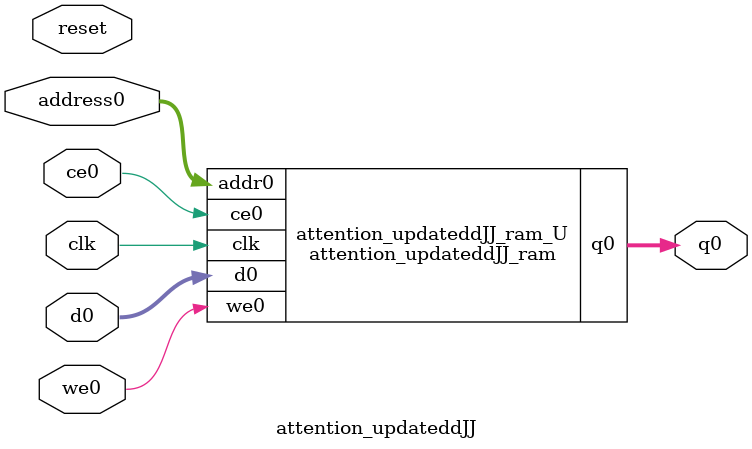
<source format=v>
`timescale 1 ns / 1 ps
module attention_updateddJJ_ram (addr0, ce0, d0, we0, q0,  clk);

parameter DWIDTH = 32;
parameter AWIDTH = 14;
parameter MEM_SIZE = 9216;

input[AWIDTH-1:0] addr0;
input ce0;
input[DWIDTH-1:0] d0;
input we0;
output reg[DWIDTH-1:0] q0;
input clk;

(* ram_style = "block" *)reg [DWIDTH-1:0] ram[0:MEM_SIZE-1];




always @(posedge clk)  
begin 
    if (ce0) begin
        if (we0) 
            ram[addr0] <= d0; 
        q0 <= ram[addr0];
    end
end


endmodule

`timescale 1 ns / 1 ps
module attention_updateddJJ(
    reset,
    clk,
    address0,
    ce0,
    we0,
    d0,
    q0);

parameter DataWidth = 32'd32;
parameter AddressRange = 32'd9216;
parameter AddressWidth = 32'd14;
input reset;
input clk;
input[AddressWidth - 1:0] address0;
input ce0;
input we0;
input[DataWidth - 1:0] d0;
output[DataWidth - 1:0] q0;



attention_updateddJJ_ram attention_updateddJJ_ram_U(
    .clk( clk ),
    .addr0( address0 ),
    .ce0( ce0 ),
    .we0( we0 ),
    .d0( d0 ),
    .q0( q0 ));

endmodule


</source>
